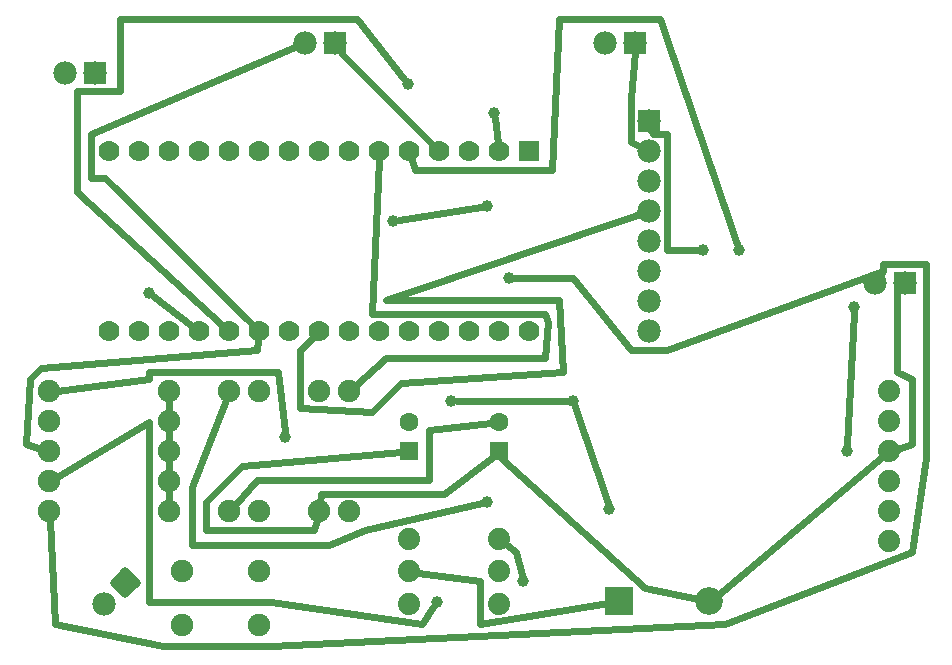
<source format=gtl>
G04 MADE WITH FRITZING*
G04 WWW.FRITZING.ORG*
G04 DOUBLE SIDED*
G04 HOLES PLATED*
G04 CONTOUR ON CENTER OF CONTOUR VECTOR*
%ASAXBY*%
%FSLAX23Y23*%
%MOIN*%
%OFA0B0*%
%SFA1.0B1.0*%
%ADD10C,0.070000*%
%ADD11C,0.074000*%
%ADD12C,0.075000*%
%ADD13C,0.062992*%
%ADD14C,0.092000*%
%ADD15C,0.078000*%
%ADD16C,0.039370*%
%ADD17R,0.070000X0.069972*%
%ADD18R,0.062992X0.062992*%
%ADD19R,0.092000X0.092000*%
%ADD20R,0.078000X0.078000*%
%ADD21C,0.024000*%
%ADD22C,0.020000*%
%LNCOPPER1*%
G90*
G70*
G54D10*
X1712Y1728D03*
X1612Y1728D03*
X1512Y1728D03*
X1412Y1728D03*
X1312Y1728D03*
X1212Y1728D03*
X1112Y1728D03*
X1012Y1728D03*
X912Y1728D03*
X812Y1728D03*
X712Y1728D03*
X612Y1728D03*
X512Y1728D03*
X412Y1728D03*
X312Y1728D03*
X1712Y1128D03*
X1612Y1128D03*
X1512Y1128D03*
X1412Y1128D03*
X1312Y1128D03*
X1212Y1128D03*
X1112Y1128D03*
X1012Y1128D03*
X912Y1128D03*
X812Y1128D03*
X712Y1128D03*
X612Y1128D03*
X512Y1128D03*
X412Y1128D03*
X312Y1128D03*
G54D11*
X1312Y221D03*
X1312Y328D03*
X1312Y435D03*
X1312Y221D03*
X1312Y328D03*
X1312Y435D03*
X1612Y221D03*
X1612Y328D03*
X1612Y435D03*
X1612Y221D03*
X1612Y328D03*
X1612Y435D03*
G54D12*
X112Y528D03*
X512Y528D03*
X112Y628D03*
X512Y628D03*
X112Y728D03*
X512Y728D03*
X112Y828D03*
X512Y828D03*
X112Y928D03*
X512Y928D03*
X812Y928D03*
X812Y528D03*
X712Y928D03*
X712Y528D03*
X1012Y528D03*
X1012Y928D03*
X1112Y528D03*
X1112Y928D03*
G54D13*
X1312Y728D03*
X1312Y826D03*
X1612Y728D03*
X1612Y826D03*
G54D12*
X556Y328D03*
X812Y328D03*
X556Y150D03*
X812Y150D03*
G54D14*
X2012Y228D03*
X2312Y228D03*
G54D15*
X2966Y1291D03*
X2866Y1291D03*
X2066Y2091D03*
X1966Y2091D03*
X1066Y2091D03*
X966Y2091D03*
X266Y1991D03*
X166Y1991D03*
X366Y291D03*
X296Y220D03*
X2112Y1828D03*
X2112Y1728D03*
X2112Y1628D03*
X2112Y1528D03*
X2112Y1428D03*
X2112Y1328D03*
X2112Y1228D03*
X2112Y1128D03*
G54D11*
X2912Y928D03*
X2912Y828D03*
X2912Y728D03*
X2912Y628D03*
X2912Y528D03*
X2912Y428D03*
G54D16*
X1572Y561D03*
X1596Y1857D03*
X2292Y1401D03*
X1980Y537D03*
X1692Y297D03*
X1860Y897D03*
X1452Y897D03*
X1644Y1305D03*
X1572Y1545D03*
X1260Y1497D03*
X444Y1257D03*
X1404Y225D03*
X1308Y1953D03*
X2772Y729D03*
X2796Y1209D03*
X2412Y1401D03*
X900Y777D03*
G54D17*
X1712Y1728D03*
G54D18*
X1312Y728D03*
X1612Y728D03*
G54D19*
X2012Y228D03*
G54D20*
X2966Y1291D03*
X2066Y2091D03*
X1066Y2091D03*
X266Y1991D03*
X2112Y1828D03*
G54D21*
X1133Y947D02*
X1236Y1041D01*
X1236Y1041D02*
X1764Y1041D01*
X1764Y1041D02*
X1776Y1161D01*
X1776Y1161D02*
X1764Y1185D01*
X1764Y1185D02*
X1188Y1185D01*
X1188Y1185D02*
X1211Y1699D01*
D02*
X1343Y324D02*
X1548Y297D01*
X1548Y297D02*
X1548Y153D01*
X1548Y153D02*
X1975Y222D01*
D02*
X731Y549D02*
X804Y633D01*
X804Y633D02*
X1380Y633D01*
X1380Y633D02*
X1380Y801D01*
X1380Y801D02*
X1585Y823D01*
D02*
X2083Y1518D02*
X1236Y1233D01*
X1236Y1233D02*
X1812Y1233D01*
X1812Y1233D02*
X1824Y993D01*
X1824Y993D02*
X1284Y957D01*
X1284Y957D02*
X1188Y861D01*
X1188Y861D02*
X948Y873D01*
X948Y873D02*
X948Y1065D01*
X948Y1065D02*
X991Y1107D01*
D02*
X898Y796D02*
X876Y993D01*
X876Y993D02*
X444Y993D01*
X444Y993D02*
X444Y969D01*
X444Y969D02*
X140Y931D01*
D02*
X1285Y725D02*
X756Y681D01*
X756Y681D02*
X636Y561D01*
X636Y561D02*
X636Y465D01*
X636Y465D02*
X996Y465D01*
X996Y465D02*
X1005Y500D01*
D02*
X1591Y711D02*
X1428Y585D01*
X1428Y585D02*
X1020Y585D01*
X1020Y585D02*
X1016Y556D01*
D02*
X1082Y2065D02*
X1092Y2049D01*
X1092Y2049D02*
X1391Y1748D01*
D02*
X2064Y2060D02*
X2052Y1905D01*
X2052Y1905D02*
X2052Y1761D01*
X2052Y1761D02*
X2086Y1742D01*
D02*
X2276Y235D02*
X2100Y273D01*
X2100Y273D02*
X1620Y705D01*
X1620Y705D02*
X1621Y702D01*
D02*
X2888Y708D02*
X2341Y251D01*
D02*
X2948Y1267D02*
X2940Y1257D01*
X2940Y1257D02*
X2940Y993D01*
X2940Y993D02*
X2988Y969D01*
X2988Y969D02*
X2988Y753D01*
X2988Y753D02*
X2942Y737D01*
D02*
X85Y737D02*
X36Y753D01*
X36Y753D02*
X48Y969D01*
X48Y969D02*
X84Y1005D01*
X84Y1005D02*
X804Y1065D01*
X804Y1065D02*
X808Y1099D01*
D02*
X939Y2079D02*
X252Y1785D01*
X252Y1785D02*
X252Y1641D01*
X252Y1641D02*
X300Y1641D01*
X300Y1641D02*
X791Y1148D01*
D02*
X1608Y1756D02*
X1598Y1838D01*
D02*
X1554Y556D02*
X1164Y465D01*
X1164Y465D02*
X1044Y417D01*
X1044Y417D02*
X588Y417D01*
X588Y417D02*
X588Y609D01*
X588Y609D02*
X702Y901D01*
D02*
X691Y1147D02*
X204Y1593D01*
X204Y1593D02*
X204Y1929D01*
X204Y1929D02*
X348Y1929D01*
X348Y1929D02*
X348Y2169D01*
X348Y2169D02*
X1140Y2169D01*
X1140Y2169D02*
X1296Y1968D01*
D02*
X1393Y209D02*
X1356Y153D01*
X1356Y153D02*
X852Y225D01*
X852Y225D02*
X444Y225D01*
X444Y225D02*
X444Y825D01*
X444Y825D02*
X137Y642D01*
D02*
X589Y1145D02*
X459Y1245D01*
D02*
X1279Y1500D02*
X1553Y1542D01*
D02*
X1663Y1305D02*
X1860Y1305D01*
X1860Y1305D02*
X2052Y1065D01*
X2052Y1065D02*
X2172Y1065D01*
X2172Y1065D02*
X2892Y1329D01*
X2892Y1329D02*
X2892Y1353D01*
X2892Y1353D02*
X3036Y1353D01*
X3036Y1353D02*
X3036Y705D01*
X3036Y705D02*
X2988Y393D01*
X2988Y393D02*
X2364Y153D01*
X2364Y153D02*
X852Y81D01*
X852Y81D02*
X492Y81D01*
X492Y81D02*
X132Y153D01*
X132Y153D02*
X114Y499D01*
D02*
X2883Y1315D02*
X2892Y1329D01*
D02*
X512Y856D02*
X512Y899D01*
D02*
X512Y756D02*
X512Y799D01*
D02*
X512Y656D02*
X512Y699D01*
D02*
X512Y556D02*
X512Y599D01*
D02*
X1471Y897D02*
X1841Y897D01*
D02*
X1637Y416D02*
X1668Y393D01*
X1668Y393D02*
X1687Y315D01*
D02*
X1974Y555D02*
X1860Y897D01*
D02*
X2120Y1799D02*
X2124Y1785D01*
X2124Y1785D02*
X2172Y1785D01*
X2172Y1785D02*
X2172Y1401D01*
X2172Y1401D02*
X2273Y1401D01*
D02*
X1321Y1700D02*
X1332Y1665D01*
X1332Y1665D02*
X1788Y1665D01*
X1788Y1665D02*
X1812Y2169D01*
X1812Y2169D02*
X2148Y2169D01*
X2148Y2169D02*
X2406Y1419D01*
D02*
X2795Y1190D02*
X2773Y748D01*
G54D22*
X407Y291D02*
X366Y249D01*
X325Y291D01*
X366Y332D01*
X407Y291D01*
D02*
G04 End of Copper1*
M02*
</source>
